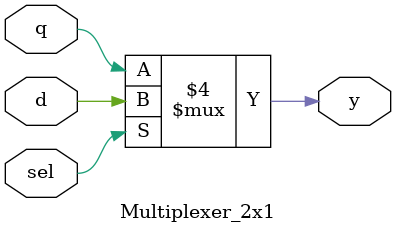
<source format=v>

module Multiplexer_2x1(
input sel,
input q,
input d,
output reg y
);
    
    always @ (*) begin
     if(sel==1'b0)
         y = q;
     else
         y = d;
     end
    
endmodule

</source>
